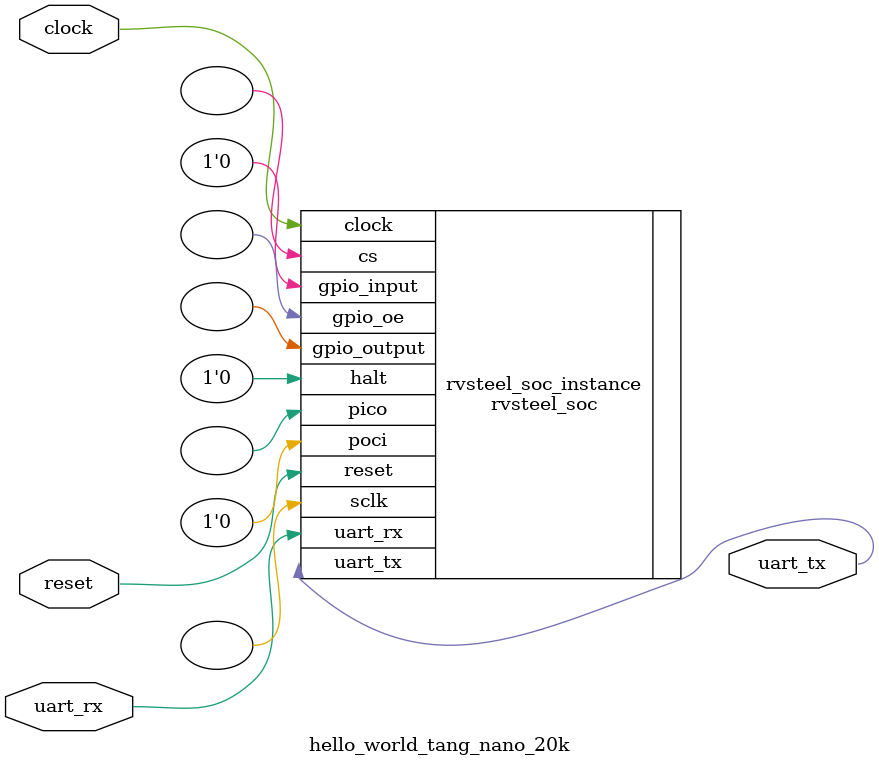
<source format=v>

module hello_world_tang_nano_20k (

  input   wire clock,
  input   wire reset,
  input   wire uart_rx,
  output  wire uart_tx

  );

  rvsteel_soc #(

    .CLOCK_FREQUENCY          (27000000           ),
    .UART_BAUD_RATE           (9600               ),
    .MEMORY_SIZE              (4096               ),
    .MEMORY_INIT_FILE         ("hello_world.hex"  ),
    .BOOT_ADDRESS             (32'h00000000       )

  ) rvsteel_soc_instance (

    .clock                    (clock              ),
    .reset                    (reset              ),
    .halt                     (1'b0               ),
    .uart_rx                  (uart_rx            ),
    .uart_tx                  (uart_tx            ),
    .gpio_input               (1'b0               ),
    .gpio_oe                  (), // unused
    .gpio_output              (), // unused
    .sclk                     (), // unused
    .pico                     (), // unused
    .poci                     (1'b0               ),
    .cs                       ()  // unused

  );

endmodule

</source>
